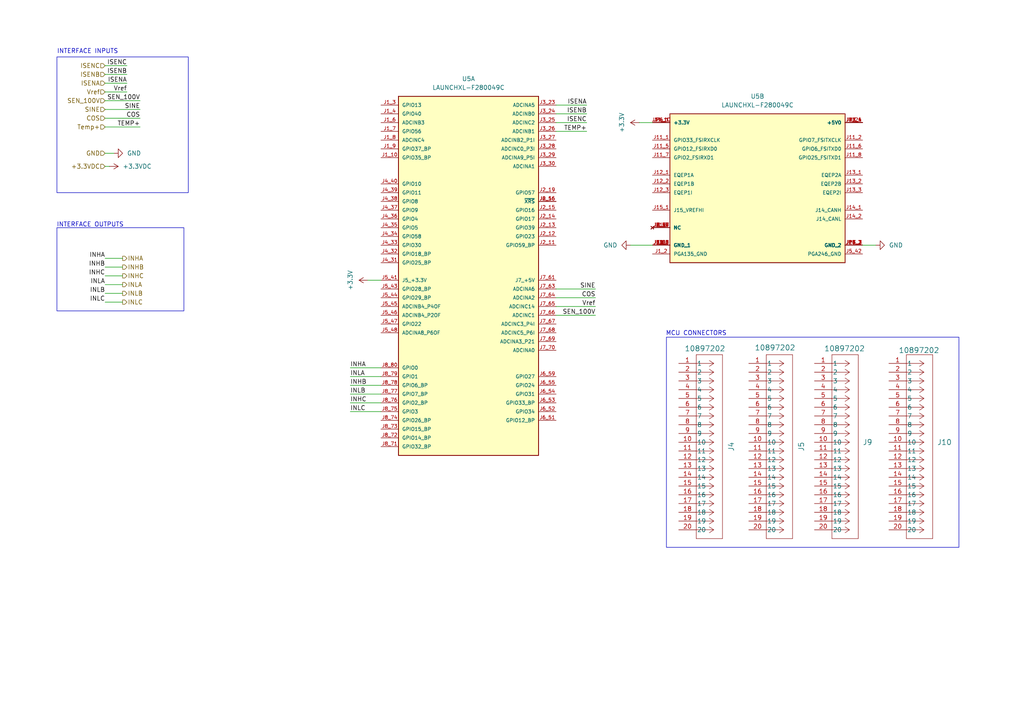
<source format=kicad_sch>
(kicad_sch (version 20250114) (generator "eeschema") (generator_version "9.0")
  (paper "A4")
  (title_block (date "2025-04-19") (rev "1"))
  (lib_symbols
    (symbol "10897202:10897202" (pin_names (offset 0.254))
      (property "Reference" "J" (at 8.89 6.35 0))
      (property "Value" "10897202" (at 0 0 0))
      (symbol "10897202_1_1"
        (polyline (pts (xy 5.08 2.54) (xy 5.08 -50.8)) (stroke (width 0.127)))
        (polyline (pts (xy 5.08 -50.8) (xy 12.7 -50.8)) (stroke (width 0.127)))
        (polyline (pts (xy 10.16 0) (xy 5.08 0)) (stroke (width 0.127)))
        (polyline (pts (xy 10.16 0) (xy 8.89 0.8467)) (stroke (width 0.127)))
        (polyline (pts (xy 10.16 0) (xy 8.89 -0.8467)) (stroke (width 0.127)))
        (polyline (pts (xy 10.16 -2.54) (xy 5.08 -2.54)) (stroke (width 0.127)))
        (polyline (pts (xy 10.16 -2.54) (xy 8.89 -1.6933)) (stroke (width 0.127)))
        (polyline (pts (xy 10.16 -2.54) (xy 8.89 -3.3867)) (stroke (width 0.127)))
        (polyline (pts (xy 10.16 -5.08) (xy 5.08 -5.08)) (stroke (width 0.127)))
        (polyline (pts (xy 10.16 -5.08) (xy 8.89 -4.2333)) (stroke (width 0.127)))
        (polyline (pts (xy 10.16 -5.08) (xy 8.89 -5.9267)) (stroke (width 0.127)))
        (polyline (pts (xy 10.16 -7.62) (xy 5.08 -7.62)) (stroke (width 0.127)))
        (polyline (pts (xy 10.16 -7.62) (xy 8.89 -6.7733)) (stroke (width 0.127)))
        (polyline (pts (xy 10.16 -7.62) (xy 8.89 -8.4667)) (stroke (width 0.127)))
        (polyline (pts (xy 10.16 -10.16) (xy 5.08 -10.16)) (stroke (width 0.127)))
        (polyline (pts (xy 10.16 -10.16) (xy 8.89 -9.3133)) (stroke (width 0.127)))
        (polyline (pts (xy 10.16 -10.16) (xy 8.89 -11.0067)) (stroke (width 0.127)))
        (polyline (pts (xy 10.16 -12.7) (xy 5.08 -12.7)) (stroke (width 0.127)))
        (polyline (pts (xy 10.16 -12.7) (xy 8.89 -11.8533)) (stroke (width 0.127)))
        (polyline (pts (xy 10.16 -12.7) (xy 8.89 -13.5467)) (stroke (width 0.127)))
        (polyline (pts (xy 10.16 -15.24) (xy 5.08 -15.24)) (stroke (width 0.127)))
        (polyline (pts (xy 10.16 -15.24) (xy 8.89 -14.3933)) (stroke (width 0.127)))
        (polyline (pts (xy 10.16 -15.24) (xy 8.89 -16.0867)) (stroke (width 0.127)))
        (polyline (pts (xy 10.16 -17.78) (xy 5.08 -17.78)) (stroke (width 0.127)))
        (polyline (pts (xy 10.16 -17.78) (xy 8.89 -16.9333)) (stroke (width 0.127)))
        (polyline (pts (xy 10.16 -17.78) (xy 8.89 -18.6267)) (stroke (width 0.127)))
        (polyline (pts (xy 10.16 -20.32) (xy 5.08 -20.32)) (stroke (width 0.127)))
        (polyline (pts (xy 10.16 -20.32) (xy 8.89 -19.4733)) (stroke (width 0.127)))
        (polyline (pts (xy 10.16 -20.32) (xy 8.89 -21.1667)) (stroke (width 0.127)))
        (polyline (pts (xy 10.16 -22.86) (xy 5.08 -22.86)) (stroke (width 0.127)))
        (polyline (pts (xy 10.16 -22.86) (xy 8.89 -22.0133)) (stroke (width 0.127)))
        (polyline (pts (xy 10.16 -22.86) (xy 8.89 -23.7067)) (stroke (width 0.127)))
        (polyline (pts (xy 10.16 -25.4) (xy 5.08 -25.4)) (stroke (width 0.127)))
        (polyline (pts (xy 10.16 -25.4) (xy 8.89 -24.5533)) (stroke (width 0.127)))
        (polyline (pts (xy 10.16 -25.4) (xy 8.89 -26.2467)) (stroke (width 0.127)))
        (polyline (pts (xy 10.16 -27.94) (xy 5.08 -27.94)) (stroke (width 0.127)))
        (polyline (pts (xy 10.16 -27.94) (xy 8.89 -27.0933)) (stroke (width 0.127)))
        (polyline (pts (xy 10.16 -27.94) (xy 8.89 -28.7867)) (stroke (width 0.127)))
        (polyline (pts (xy 10.16 -30.48) (xy 5.08 -30.48)) (stroke (width 0.127)))
        (polyline (pts (xy 10.16 -30.48) (xy 8.89 -29.6333)) (stroke (width 0.127)))
        (polyline (pts (xy 10.16 -30.48) (xy 8.89 -31.3267)) (stroke (width 0.127)))
        (polyline (pts (xy 10.16 -33.02) (xy 5.08 -33.02)) (stroke (width 0.127)))
        (polyline (pts (xy 10.16 -33.02) (xy 8.89 -32.1733)) (stroke (width 0.127)))
        (polyline (pts (xy 10.16 -33.02) (xy 8.89 -33.8667)) (stroke (width 0.127)))
        (polyline (pts (xy 10.16 -35.56) (xy 5.08 -35.56)) (stroke (width 0.127)))
        (polyline (pts (xy 10.16 -35.56) (xy 8.89 -34.7133)) (stroke (width 0.127)))
        (polyline (pts (xy 10.16 -35.56) (xy 8.89 -36.4067)) (stroke (width 0.127)))
        (polyline (pts (xy 10.16 -38.1) (xy 5.08 -38.1)) (stroke (width 0.127)))
        (polyline (pts (xy 10.16 -38.1) (xy 8.89 -37.2533)) (stroke (width 0.127)))
        (polyline (pts (xy 10.16 -38.1) (xy 8.89 -38.9467)) (stroke (width 0.127)))
        (polyline (pts (xy 10.16 -40.64) (xy 5.08 -40.64)) (stroke (width 0.127)))
        (polyline (pts (xy 10.16 -40.64) (xy 8.89 -39.7933)) (stroke (width 0.127)))
        (polyline (pts (xy 10.16 -40.64) (xy 8.89 -41.4867)) (stroke (width 0.127)))
        (polyline (pts (xy 10.16 -43.18) (xy 5.08 -43.18)) (stroke (width 0.127)))
        (polyline (pts (xy 10.16 -43.18) (xy 8.89 -42.3333)) (stroke (width 0.127)))
        (polyline (pts (xy 10.16 -43.18) (xy 8.89 -44.0267)) (stroke (width 0.127)))
        (polyline (pts (xy 10.16 -45.72) (xy 5.08 -45.72)) (stroke (width 0.127)))
        (polyline (pts (xy 10.16 -45.72) (xy 8.89 -44.8733)) (stroke (width 0.127)))
        (polyline (pts (xy 10.16 -45.72) (xy 8.89 -46.5667)) (stroke (width 0.127)))
        (polyline (pts (xy 10.16 -48.26) (xy 5.08 -48.26)) (stroke (width 0.127)))
        (polyline (pts (xy 10.16 -48.26) (xy 8.89 -47.4133)) (stroke (width 0.127)))
        (polyline (pts (xy 10.16 -48.26) (xy 8.89 -49.1067)) (stroke (width 0.127)))
        (polyline (pts (xy 12.7 2.54) (xy 5.08 2.54)) (stroke (width 0.127)))
        (polyline (pts (xy 12.7 -50.8) (xy 12.7 2.54)) (stroke (width 0.127)))
        (pin unspecified line (at 0 0 0) (length 5.08) (name "1") (number "1"))
        (pin unspecified line (at 0 -2.54 0) (length 5.08) (name "2") (number "2"))
        (pin unspecified line (at 0 -5.08 0) (length 5.08) (name "3") (number "3"))
        (pin unspecified line (at 0 -7.62 0) (length 5.08) (name "4") (number "4"))
        (pin unspecified line (at 0 -10.16 0) (length 5.08) (name "5") (number "5"))
        (pin unspecified line (at 0 -12.7 0) (length 5.08) (name "6") (number "6"))
        (pin unspecified line (at 0 -15.24 0) (length 5.08) (name "7") (number "7"))
        (pin unspecified line (at 0 -17.78 0) (length 5.08) (name "8") (number "8"))
        (pin unspecified line (at 0 -20.32 0) (length 5.08) (name "9") (number "9"))
        (pin unspecified line (at 0 -22.86 0) (length 5.08) (name "10") (number "10"))
        (pin unspecified line (at 0 -25.4 0) (length 5.08) (name "11") (number "11"))
        (pin unspecified line (at 0 -27.94 0) (length 5.08) (name "12") (number "12"))
        (pin unspecified line (at 0 -30.48 0) (length 5.08) (name "13") (number "13"))
        (pin unspecified line (at 0 -33.02 0) (length 5.08) (name "14") (number "14"))
        (pin unspecified line (at 0 -35.56 0) (length 5.08) (name "15") (number "15"))
        (pin unspecified line (at 0 -38.1 0) (length 5.08) (name "16") (number "16"))
        (pin unspecified line (at 0 -40.64 0) (length 5.08) (name "17") (number "17"))
        (pin unspecified line (at 0 -43.18 0) (length 5.08) (name "18") (number "18"))
        (pin unspecified line (at 0 -45.72 0) (length 5.08) (name "19") (number "19"))
        (pin unspecified line (at 0 -48.26 0) (length 5.08) (name "20") (number "20"))
      )
      (symbol "10897202_1_2"
        (polyline (pts (xy 5.08 2.54) (xy 5.08 -50.8)) (stroke (width 0.127)))
        (polyline (pts (xy 5.08 -50.8) (xy 12.7 -50.8)) (stroke (width 0.127)))
        (polyline (pts (xy 7.62 0) (xy 5.08 0)) (stroke (width 0.127)))
        (polyline (pts (xy 7.62 0) (xy 8.89 0.8467)) (stroke (width 0.127)))
        (polyline (pts (xy 7.62 0) (xy 8.89 -0.8467)) (stroke (width 0.127)))
        (polyline (pts (xy 7.62 -2.54) (xy 5.08 -2.54)) (stroke (width 0.127)))
        (polyline (pts (xy 7.62 -2.54) (xy 8.89 -1.6933)) (stroke (width 0.127)))
        (polyline (pts (xy 7.62 -2.54) (xy 8.89 -3.3867)) (stroke (width 0.127)))
        (polyline (pts (xy 7.62 -5.08) (xy 5.08 -5.08)) (stroke (width 0.127)))
        (polyline (pts (xy 7.62 -5.08) (xy 8.89 -4.2333)) (stroke (width 0.127)))
        (polyline (pts (xy 7.62 -5.08) (xy 8.89 -5.9267)) (stroke (width 0.127)))
        (polyline (pts (xy 7.62 -7.62) (xy 5.08 -7.62)) (stroke (width 0.127)))
        (polyline (pts (xy 7.62 -7.62) (xy 8.89 -6.7733)) (stroke (width 0.127)))
        (polyline (pts (xy 7.62 -7.62) (xy 8.89 -8.4667)) (stroke (width 0.127)))
        (polyline (pts (xy 7.62 -10.16) (xy 5.08 -10.16)) (stroke (width 0.127)))
        (polyline (pts (xy 7.62 -10.16) (xy 8.89 -9.3133)) (stroke (width 0.127)))
        (polyline (pts (xy 7.62 -10.16) (xy 8.89 -11.0067)) (stroke (width 0.127)))
        (polyline (pts (xy 7.62 -12.7) (xy 5.08 -12.7)) (stroke (width 0.127)))
        (polyline (pts (xy 7.62 -12.7) (xy 8.89 -11.8533)) (stroke (width 0.127)))
        (polyline (pts (xy 7.62 -12.7) (xy 8.89 -13.5467)) (stroke (width 0.127)))
        (polyline (pts (xy 7.62 -15.24) (xy 5.08 -15.24)) (stroke (width 0.127)))
        (polyline (pts (xy 7.62 -15.24) (xy 8.89 -14.3933)) (stroke (width 0.127)))
        (polyline (pts (xy 7.62 -15.24) (xy 8.89 -16.0867)) (stroke (width 0.127)))
        (polyline (pts (xy 7.62 -17.78) (xy 5.08 -17.78)) (stroke (width 0.127)))
        (polyline (pts (xy 7.62 -17.78) (xy 8.89 -16.9333)) (stroke (width 0.127)))
        (polyline (pts (xy 7.62 -17.78) (xy 8.89 -18.6267)) (stroke (width 0.127)))
        (polyline (pts (xy 7.62 -20.32) (xy 5.08 -20.32)) (stroke (width 0.127)))
        (polyline (pts (xy 7.62 -20.32) (xy 8.89 -19.4733)) (stroke (width 0.127)))
        (polyline (pts (xy 7.62 -20.32) (xy 8.89 -21.1667)) (stroke (width 0.127)))
        (polyline (pts (xy 7.62 -22.86) (xy 5.08 -22.86)) (stroke (width 0.127)))
        (polyline (pts (xy 7.62 -22.86) (xy 8.89 -22.0133)) (stroke (width 0.127)))
        (polyline (pts (xy 7.62 -22.86) (xy 8.89 -23.7067)) (stroke (width 0.127)))
        (polyline (pts (xy 7.62 -25.4) (xy 5.08 -25.4)) (stroke (width 0.127)))
        (polyline (pts (xy 7.62 -25.4) (xy 8.89 -24.5533)) (stroke (width 0.127)))
        (polyline (pts (xy 7.62 -25.4) (xy 8.89 -26.2467)) (stroke (width 0.127)))
        (polyline (pts (xy 7.62 -27.94) (xy 5.08 -27.94)) (stroke (width 0.127)))
        (polyline (pts (xy 7.62 -27.94) (xy 8.89 -27.0933)) (stroke (width 0.127)))
        (polyline (pts (xy 7.62 -27.94) (xy 8.89 -28.7867)) (stroke (width 0.127)))
        (polyline (pts (xy 7.62 -30.48) (xy 5.08 -30.48)) (stroke (width 0.127)))
        (polyline (pts (xy 7.62 -30.48) (xy 8.89 -29.6333)) (stroke (width 0.127)))
        (polyline (pts (xy 7.62 -30.48) (xy 8.89 -31.3267)) (stroke (width 0.127)))
        (polyline (pts (xy 7.62 -33.02) (xy 5.08 -33.02)) (stroke (width 0.127)))
        (polyline (pts (xy 7.62 -33.02) (xy 8.89 -32.1733)) (stroke (width 0.127)))
        (polyline (pts (xy 7.62 -33.02) (xy 8.89 -33.8667)) (stroke (width 0.127)))
        (polyline (pts (xy 7.62 -35.56) (xy 5.08 -35.56)) (stroke (width 0.127)))
        (polyline (pts (xy 7.62 -35.56) (xy 8.89 -34.7133)) (stroke (width 0.127)))
        (polyline (pts (xy 7.62 -35.56) (xy 8.89 -36.4067)) (stroke (width 0.127)))
        (polyline (pts (xy 7.62 -38.1) (xy 5.08 -38.1)) (stroke (width 0.127)))
        (polyline (pts (xy 7.62 -38.1) (xy 8.89 -37.2533)) (stroke (width 0.127)))
        (polyline (pts (xy 7.62 -38.1) (xy 8.89 -38.9467)) (stroke (width 0.127)))
        (polyline (pts (xy 7.62 -40.64) (xy 5.08 -40.64)) (stroke (width 0.127)))
        (polyline (pts (xy 7.62 -40.64) (xy 8.89 -39.7933)) (stroke (width 0.127)))
        (polyline (pts (xy 7.62 -40.64) (xy 8.89 -41.4867)) (stroke (width 0.127)))
        (polyline (pts (xy 7.62 -43.18) (xy 5.08 -43.18)) (stroke (width 0.127)))
        (polyline (pts (xy 7.62 -43.18) (xy 8.89 -42.3333)) (stroke (width 0.127)))
        (polyline (pts (xy 7.62 -43.18) (xy 8.89 -44.0267)) (stroke (width 0.127)))
        (polyline (pts (xy 7.62 -45.72) (xy 5.08 -45.72)) (stroke (width 0.127)))
        (polyline (pts (xy 7.62 -45.72) (xy 8.89 -44.8733)) (stroke (width 0.127)))
        (polyline (pts (xy 7.62 -45.72) (xy 8.89 -46.5667)) (stroke (width 0.127)))
        (polyline (pts (xy 7.62 -48.26) (xy 5.08 -48.26)) (stroke (width 0.127)))
        (polyline (pts (xy 7.62 -48.26) (xy 8.89 -47.4133)) (stroke (width 0.127)))
        (polyline (pts (xy 7.62 -48.26) (xy 8.89 -49.1067)) (stroke (width 0.127)))
        (polyline (pts (xy 12.7 2.54) (xy 5.08 2.54)) (stroke (width 0.127)))
        (polyline (pts (xy 12.7 -50.8) (xy 12.7 2.54)) (stroke (width 0.127)))
        (pin unspecified line (at 0 0 0) (length 5.08) (name "1") (number "1"))
        (pin unspecified line (at 0 -2.54 0) (length 5.08) (name "2") (number "2"))
        (pin unspecified line (at 0 -5.08 0) (length 5.08) (name "3") (number "3"))
        (pin unspecified line (at 0 -7.62 0) (length 5.08) (name "4") (number "4"))
        (pin unspecified line (at 0 -10.16 0) (length 5.08) (name "5") (number "5"))
        (pin unspecified line (at 0 -12.7 0) (length 5.08) (name "6") (number "6"))
        (pin unspecified line (at 0 -15.24 0) (length 5.08) (name "7") (number "7"))
        (pin unspecified line (at 0 -17.78 0) (length 5.08) (name "8") (number "8"))
        (pin unspecified line (at 0 -20.32 0) (length 5.08) (name "9") (number "9"))
        (pin unspecified line (at 0 -22.86 0) (length 5.08) (name "10") (number "10"))
        (pin unspecified line (at 0 -25.4 0) (length 5.08) (name "11") (number "11"))
        (pin unspecified line (at 0 -27.94 0) (length 5.08) (name "12") (number "12"))
        (pin unspecified line (at 0 -30.48 0) (length 5.08) (name "13") (number "13"))
        (pin unspecified line (at 0 -33.02 0) (length 5.08) (name "14") (number "14"))
        (pin unspecified line (at 0 -35.56 0) (length 5.08) (name "15") (number "15"))
        (pin unspecified line (at 0 -38.1 0) (length 5.08) (name "16") (number "16"))
        (pin unspecified line (at 0 -40.64 0) (length 5.08) (name "17") (number "17"))
        (pin unspecified line (at 0 -43.18 0) (length 5.08) (name "18") (number "18"))
        (pin unspecified line (at 0 -45.72 0) (length 5.08) (name "19") (number "19"))
        (pin unspecified line (at 0 -48.26 0) (length 5.08) (name "20") (number "20"))
      )
    )
    (symbol "LAUNCHXL-F280049C:LAUNCHXL-F280049C" (pin_names (offset 1.016))
      (property "Reference" "U" (at -20.32 51.435 0))
      (property "Value" "LAUNCHXL-F280049C" (at -20.32 -55.88 0))
      (symbol "LAUNCHXL-F280049C_1_0"
        (rectangle (start -20.32 -53.34) (end 20.32 50.8) (stroke (width 0.254)) (fill (type background)))
        (pin bidirectional line (at -25.4 48.26 0) (length 5.08) (name "GPIO13") (number "J1_3"))
        (pin bidirectional line (at -25.4 45.72 0) (length 5.08) (name "GPIO40") (number "J1_4"))
        (pin input line (at -25.4 43.18 0) (length 5.08) (name "ADCINB3") (number "J1_6"))
        (pin bidirectional line (at -25.4 40.64 0) (length 5.08) (name "GPIO56") (number "J1_7"))
        (pin input line (at -25.4 38.1 0) (length 5.08) (name "ADCINC4") (number "J1_8"))
        (pin bidirectional line (at -25.4 35.56 0) (length 5.08) (name "GPIO37_BP") (number "J1_9"))
        (pin bidirectional line (at -25.4 33.02 0) (length 5.08) (name "GPIO35_BP") (number "J1_10"))
        (pin bidirectional line (at -25.4 25.4 0) (length 5.08) (name "GPIO10") (number "J4_40"))
        (pin bidirectional line (at -25.4 22.86 0) (length 5.08) (name "GPIO11") (number "J4_39"))
        (pin bidirectional line (at -25.4 20.32 0) (length 5.08) (name "GPIO8") (number "J4_38"))
        (pin bidirectional line (at -25.4 17.78 0) (length 5.08) (name "GPIO9") (number "J4_37"))
        (pin bidirectional line (at -25.4 15.24 0) (length 5.08) (name "GPIO4") (number "J4_36"))
        (pin bidirectional line (at -25.4 12.7 0) (length 5.08) (name "GPIO5") (number "J4_35"))
        (pin bidirectional line (at -25.4 10.16 0) (length 5.08) (name "GPIO58") (number "J4_34"))
        (pin bidirectional line (at -25.4 7.62 0) (length 5.08) (name "GPIO30") (number "J4_33"))
        (pin bidirectional line (at -25.4 5.08 0) (length 5.08) (name "GPIO18_BP") (number "J4_32"))
        (pin bidirectional line (at -25.4 2.54 0) (length 5.08) (name "GPIO25_BP") (number "J4_31"))
        (pin input line (at -25.4 -2.54 0) (length 5.08) (name "J5_+3.3V") (number "J5_41"))
        (pin bidirectional line (at -25.4 -5.08 0) (length 5.08) (name "GPIO28_BP") (number "J5_43"))
        (pin bidirectional line (at -25.4 -7.62 0) (length 5.08) (name "GPIO29_BP") (number "J5_44"))
        (pin input line (at -25.4 -10.16 0) (length 5.08) (name "ADCINB4_P4OF") (number "J5_45"))
        (pin input line (at -25.4 -12.7 0) (length 5.08) (name "ADCINB4_P2OF") (number "J5_46"))
        (pin bidirectional line (at -25.4 -15.24 0) (length 5.08) (name "GPIO22") (number "J5_47"))
        (pin input line (at -25.4 -17.78 0) (length 5.08) (name "ADCINA8_P6OF") (number "J5_48"))
        (pin bidirectional line (at -25.4 -27.94 0) (length 5.08) (name "GPIO0") (number "J8_80"))
        (pin bidirectional line (at -25.4 -30.48 0) (length 5.08) (name "GPIO1") (number "J8_79"))
        (pin bidirectional line (at -25.4 -33.02 0) (length 5.08) (name "GPIO6_BP") (number "J8_78"))
        (pin bidirectional line (at -25.4 -35.56 0) (length 5.08) (name "GPIO7_BP") (number "J8_77"))
        (pin bidirectional line (at -25.4 -38.1 0) (length 5.08) (name "GPIO2_BP") (number "J8_76"))
        (pin bidirectional line (at -25.4 -40.64 0) (length 5.08) (name "GPIO3") (number "J8_75"))
        (pin bidirectional line (at -25.4 -43.18 0) (length 5.08) (name "GPIO26_BP") (number "J8_74"))
        (pin bidirectional line (at -25.4 -45.72 0) (length 5.08) (name "GPIO15_BP") (number "J8_73"))
        (pin bidirectional line (at -25.4 -48.26 0) (length 5.08) (name "GPIO14_BP") (number "J8_72"))
        (pin bidirectional line (at -25.4 -50.8 0) (length 5.08) (name "GPIO32_BP") (number "J8_71"))
        (pin input line (at 25.4 48.26 180) (length 5.08) (name "ADCINA5") (number "J3_23"))
        (pin input line (at 25.4 45.72 180) (length 5.08) (name "ADCINB0") (number "J3_24"))
        (pin input line (at 25.4 43.18 180) (length 5.08) (name "ADCINC2") (number "J3_25"))
        (pin input line (at 25.4 40.64 180) (length 5.08) (name "ADCINB1") (number "J3_26"))
        (pin input line (at 25.4 38.1 180) (length 5.08) (name "ADCINB2_P1I") (number "J3_27"))
        (pin input line (at 25.4 35.56 180) (length 5.08) (name "ADCINC0_P3I") (number "J3_28"))
        (pin input line (at 25.4 33.02 180) (length 5.08) (name "ADCINA9_P5I") (number "J3_29"))
        (pin input line (at 25.4 30.48 180) (length 5.08) (name "ADCINA1") (number "J3_30"))
        (pin bidirectional line (at 25.4 22.86 180) (length 5.08) (name "GPIO57") (number "J2_19"))
        (pin passive line (at 25.4 20.32 180) (length 5.08) (name "~{XRS}") (number "J2_16"))
        (pin passive line (at 25.4 20.32 180) (length 5.08) (name "~{XRS}") (number "J6_56"))
        (pin bidirectional line (at 25.4 17.78 180) (length 5.08) (name "GPIO16") (number "J2_15"))
        (pin bidirectional line (at 25.4 15.24 180) (length 5.08) (name "GPIO17") (number "J2_14"))
        (pin bidirectional line (at 25.4 12.7 180) (length 5.08) (name "GPIO39") (number "J2_13"))
        (pin bidirectional line (at 25.4 10.16 180) (length 5.08) (name "GPIO23") (number "J2_12"))
        (pin bidirectional line (at 25.4 7.62 180) (length 5.08) (name "GPIO59_BP") (number "J2_11"))
        (pin input line (at 25.4 -2.54 180) (length 5.08) (name "J7_+5V") (number "J7_61"))
        (pin input line (at 25.4 -5.08 180) (length 5.08) (name "ADCINA6") (number "J7_63"))
        (pin input line (at 25.4 -7.62 180) (length 5.08) (name "ADCINA2") (number "J7_64"))
        (pin input line (at 25.4 -10.16 180) (length 5.08) (name "ADCINC14") (number "J7_65"))
        (pin input line (at 25.4 -12.7 180) (length 5.08) (name "ADCINC1") (number "J7_66"))
        (pin input line (at 25.4 -15.24 180) (length 5.08) (name "ADCINC3_P4I") (number "J7_67"))
        (pin input line (at 25.4 -17.78 180) (length 5.08) (name "ADCINC5_P6I") (number "J7_68"))
        (pin input line (at 25.4 -20.32 180) (length 5.08) (name "ADCINA3_P21") (number "J7_69"))
        (pin input line (at 25.4 -22.86 180) (length 5.08) (name "ADCINA0") (number "J7_70"))
        (pin bidirectional line (at 25.4 -30.48 180) (length 5.08) (name "GPIO27") (number "J6_59"))
        (pin bidirectional line (at 25.4 -33.02 180) (length 5.08) (name "GPIO24") (number "J6_55"))
        (pin bidirectional line (at 25.4 -35.56 180) (length 5.08) (name "GPIO31") (number "J6_54"))
        (pin bidirectional line (at 25.4 -38.1 180) (length 5.08) (name "GPIO33_BP") (number "J6_53"))
        (pin bidirectional line (at 25.4 -40.64 180) (length 5.08) (name "GPIO34") (number "J6_52"))
        (pin bidirectional line (at 25.4 -43.18 180) (length 5.08) (name "GPIO12_BP") (number "J6_51"))
      )
      (symbol "LAUNCHXL-F280049C_2_0"
        (rectangle (start -25.4 -20.32) (end 25.4 22.86) (stroke (width 0.254)) (fill (type background)))
        (pin power_in line (at -30.48 20.32 0) (length 5.08) (name "+3.3V") (number "J11_10"))
        (pin power_in line (at -30.48 20.32 0) (length 5.08) (name "+3.3V") (number "J1_1"))
        (pin power_in line (at -30.48 20.32 0) (length 5.08) (name "+3.3V") (number "JP4_1"))
        (pin power_in line (at -30.48 20.32 0) (length 5.08) (name "+3.3V") (number "JP6_1"))
        (pin bidirectional line (at -30.48 15.24 0) (length 5.08) (name "GPIO33_FSIRXCLK") (number "J11_1"))
        (pin bidirectional line (at -30.48 12.7 0) (length 5.08) (name "GPIO12_FSIRXD0") (number "J11_5"))
        (pin bidirectional line (at -30.48 10.16 0) (length 5.08) (name "GPIO2_FSIRXD1") (number "J11_7"))
        (pin passive line (at -30.48 5.08 0) (length 5.08) (name "EQEP1A") (number "J12_1"))
        (pin passive line (at -30.48 2.54 0) (length 5.08) (name "EQEP1B") (number "J12_2"))
        (pin passive line (at -30.48 0 0) (length 5.08) (name "EQEP1I") (number "J12_3"))
        (pin input line (at -30.48 -5.08 0) (length 5.08) (name "J15_VREFHI") (number "J15_1"))
        (pin no_connect line (at -30.48 -10.16 0) (length 5.08) (name "NC") (number "J11_9"))
        (pin no_connect line (at -30.48 -10.16 0) (length 5.08) (name "NC") (number "J1_5"))
        (pin no_connect line (at -30.48 -10.16 0) (length 5.08) (name "NC") (number "J2_17"))
        (pin no_connect line (at -30.48 -10.16 0) (length 5.08) (name "NC") (number "J2_18"))
        (pin no_connect line (at -30.48 -10.16 0) (length 5.08) (name "NC") (number "J5_49"))
        (pin no_connect line (at -30.48 -10.16 0) (length 5.08) (name "NC") (number "J5_50"))
        (pin no_connect line (at -30.48 -10.16 0) (length 5.08) (name "NC") (number "J6_57"))
        (pin no_connect line (at -30.48 -10.16 0) (length 5.08) (name "NC") (number "J6_58"))
        (pin power_in line (at -30.48 -15.24 0) (length 5.08) (name "GND_1") (number "J11_3"))
        (pin power_in line (at -30.48 -15.24 0) (length 5.08) (name "GND_1") (number "J11_4"))
        (pin power_in line (at -30.48 -15.24 0) (length 5.08) (name "GND_1") (number "J12_5"))
        (pin power_in line (at -30.48 -15.24 0) (length 5.08) (name "GND_1") (number "J13_5"))
        (pin power_in line (at -30.48 -15.24 0) (length 5.08) (name "GND_1") (number "J14_3"))
        (pin power_in line (at -30.48 -15.24 0) (length 5.08) (name "GND_1") (number "J2_20"))
        (pin power_in line (at -30.48 -15.24 0) (length 5.08) (name "GND_1") (number "J3_22"))
        (pin power_in line (at -30.48 -15.24 0) (length 5.08) (name "GND_1") (number "J6_60"))
        (pin power_in line (at -30.48 -15.24 0) (length 5.08) (name "GND_1") (number "J7_62"))
        (pin power_in line (at -30.48 -17.78 0) (length 5.08) (name "PGA135_GND") (number "J1_2"))
        (pin power_in line (at 30.48 20.32 180) (length 5.08) (name "+5V0") (number "J12_4"))
        (pin power_in line (at 30.48 20.32 180) (length 5.08) (name "+5V0") (number "J13_4"))
        (pin power_in line (at 30.48 20.32 180) (length 5.08) (name "+5V0") (number "J3_21"))
        (pin power_in line (at 30.48 20.32 180) (length 5.08) (name "+5V0") (number "JP5_1"))
        (pin power_in line (at 30.48 20.32 180) (length 5.08) (name "+5V0") (number "JP7_1"))
        (pin bidirectional line (at 30.48 15.24 180) (length 5.08) (name "GPIO7_FSITXCLK") (number "J11_2"))
        (pin bidirectional line (at 30.48 12.7 180) (length 5.08) (name "GPIO6_FSITXD0") (number "J11_6"))
        (pin bidirectional line (at 30.48 10.16 180) (length 5.08) (name "GPIO25_FSITXD1") (number "J11_8"))
        (pin passive line (at 30.48 5.08 180) (length 5.08) (name "EQEP2A") (number "J13_1"))
        (pin passive line (at 30.48 2.54 180) (length 5.08) (name "EQEP2B") (number "J13_2"))
        (pin passive line (at 30.48 0 180) (length 5.08) (name "EQEP2I") (number "J13_3"))
        (pin bidirectional line (at 30.48 -5.08 180) (length 5.08) (name "J14_CANH") (number "J14_1"))
        (pin bidirectional line (at 30.48 -7.62 180) (length 5.08) (name "J14_CANL") (number "J14_2"))
        (pin power_in line (at 30.48 -15.24 180) (length 5.08) (name "GND_2") (number "J15_2"))
        (pin power_in line (at 30.48 -15.24 180) (length 5.08) (name "GND_2") (number "JP4_2"))
        (pin power_in line (at 30.48 -15.24 180) (length 5.08) (name "GND_2") (number "JP4_3"))
        (pin power_in line (at 30.48 -15.24 180) (length 5.08) (name "GND_2") (number "JP5_2"))
        (pin power_in line (at 30.48 -15.24 180) (length 5.08) (name "GND_2") (number "JP5_3"))
        (pin power_in line (at 30.48 -15.24 180) (length 5.08) (name "GND_2") (number "JP6_2"))
        (pin power_in line (at 30.48 -15.24 180) (length 5.08) (name "GND_2") (number "JP6_3"))
        (pin power_in line (at 30.48 -15.24 180) (length 5.08) (name "GND_2") (number "JP7_2"))
        (pin power_in line (at 30.48 -15.24 180) (length 5.08) (name "GND_2") (number "JP7_3"))
        (pin power_in line (at 30.48 -17.78 180) (length 5.08) (name "PGA246_GND") (number "J5_42"))
      )
    )
    (symbol "power:+3.3V" (power) (pin_numbers (hide yes)) (pin_names (offset 0) (hide yes))
      (property "Value" "+3.3V" (at 0 3.556 0))
      (symbol "+3.3V_0_1"
        (polyline (pts (xy -0.762 1.27) (xy 0 2.54)))
        (polyline (pts (xy 0 2.54) (xy 0.762 1.27)))
        (polyline (pts (xy 0 0) (xy 0 2.54)))
      )
      (symbol "+3.3V_1_1"
        (pin power_in line (at 0 0 90) (length 0) (name "~") (number "1"))
      )
    )
    (symbol "power:GND" (power) (pin_numbers (hide yes)) (pin_names (offset 0) (hide yes))
      (property "Value" "GND" (at 0 -3.81 0))
      (symbol "GND_0_1"
        (polyline (pts (xy 0 0) (xy 0 -1.27) (xy 1.27 -1.27) (xy 0 -2.54) (xy -1.27 -1.27) (xy 0 -1.27)))
      )
      (symbol "GND_1_1"
        (pin power_in line (at 0 0 270) (length 0) (name "~") (number "1"))
      )
    )
  )
  (rectangle (start 193.294 97.79) (end 278.13 158.75))
  (rectangle (start 16.51 66.04) (end 53.34 90.17))
  (rectangle (start 16.51 16.51) (end 54.61 55.88))
  (text "INTERFACE INPUTS\n\n" (at 25.4 16.002 0) (effects (font (size 1.27 1.27))))
  (text "INTERFACE OUTPUTS\n\n\n" (at 26.162 67.31 0) (effects (font (size 1.27 1.27))))
  (text "MCU CONNECTORS\n\n" (at 201.93 97.79 0) (effects (font (size 1.27 1.27))))
  (wire (pts (xy 30.48 31.75) (xy 40.64 31.75)))
  (wire (pts (xy 30.48 36.83) (xy 40.64 36.83)))
  (wire (pts (xy 30.48 87.63) (xy 35.56 87.63)))
  (wire (pts (xy 101.6 119.38) (xy 110.49 119.38)))
  (wire (pts (xy 30.48 34.29) (xy 40.64 34.29)))
  (wire (pts (xy 101.6 114.3) (xy 110.49 114.3)))
  (wire (pts (xy 30.48 44.45) (xy 33.02 44.45)))
  (wire (pts (xy 30.48 77.47) (xy 35.56 77.47)))
  (wire (pts (xy 106.68 81.28) (xy 110.49 81.28)))
  (wire (pts (xy 185.42 35.56) (xy 189.23 35.56)))
  (wire (pts (xy 36.83 24.13) (xy 30.48 24.13)))
  (wire (pts (xy 101.6 109.22) (xy 110.49 109.22)))
  (wire (pts (xy 101.6 111.76) (xy 110.49 111.76)))
  (wire (pts (xy 36.83 21.59) (xy 30.48 21.59)))
  (wire (pts (xy 161.29 33.02) (xy 170.18 33.02)))
  (wire (pts (xy 250.19 71.12) (xy 254 71.12)))
  (wire (pts (xy 36.83 19.05) (xy 30.48 19.05)))
  (wire (pts (xy 172.72 91.44) (xy 161.29 91.44)))
  (wire (pts (xy 161.29 38.1) (xy 170.18 38.1)))
  (wire (pts (xy 30.48 82.55) (xy 35.56 82.55)))
  (wire (pts (xy 36.83 26.67) (xy 30.48 26.67)))
  (wire (pts (xy 161.29 86.36) (xy 172.72 86.36)))
  (wire (pts (xy 101.6 106.68) (xy 110.49 106.68)))
  (wire (pts (xy 161.29 88.9) (xy 172.72 88.9)))
  (wire (pts (xy 30.48 85.09) (xy 35.56 85.09)))
  (wire (pts (xy 30.48 80.01) (xy 35.56 80.01)))
  (wire (pts (xy 161.29 35.56) (xy 170.18 35.56)))
  (wire (pts (xy 161.29 30.48) (xy 170.18 30.48)))
  (wire (pts (xy 161.29 83.82) (xy 172.72 83.82)))
  (wire (pts (xy 182.88 71.12) (xy 189.23 71.12)))
  (wire (pts (xy 40.64 29.21) (xy 30.48 29.21)))
  (wire (pts (xy 101.6 116.84) (xy 110.49 116.84)))
  (wire (pts (xy 31.75 48.26) (xy 30.48 48.26)))
  (wire (pts (xy 30.48 74.93) (xy 35.56 74.93)))
  (label "Vref" (at 36.83 26.67 180))
  (label "INHC" (at 101.6 116.84 0))
  (label "ISENB" (at 36.83 21.59 180))
  (label "TEMP+" (at 40.64 36.83 180))
  (label "SINE" (at 172.72 83.82 180))
  (label "COS" (at 172.72 86.36 180))
  (label "ISENB" (at 170.18 33.02 180))
  (label "TEMP+" (at 170.18 38.1 180))
  (label "INLB" (at 101.6 114.3 0))
  (label "INHC" (at 30.48 80.01 180))
  (label "INHB" (at 30.48 77.47 180))
  (label "INLC" (at 30.48 87.63 180))
  (label "ISENC" (at 36.83 19.05 180))
  (label "ISENA" (at 170.18 30.48 180))
  (label "INLA" (at 30.48 82.55 180))
  (label "ISENC" (at 170.18 35.56 180))
  (label "ISENA" (at 36.83 24.13 180))
  (label "COS" (at 40.64 34.29 180))
  (label "SEN_100V" (at 172.72 91.44 180))
  (label "INHA" (at 101.6 106.68 0))
  (label "INLC" (at 101.6 119.38 0))
  (label "INHB" (at 101.6 111.76 0))
  (label "SINE" (at 40.64 31.75 180))
  (label "INHA" (at 30.48 74.93 180))
  (label "INLA" (at 101.6 109.22 0))
  (label "INLB" (at 30.48 85.09 180))
  (label "Vref" (at 172.72 88.9 180))
  (label "SEN_100V" (at 40.64 29.21 180))
  (hierarchical_label "INHB" (shape output) (at 35.56 77.47 0))
  (hierarchical_label "INLB" (shape output) (at 35.56 85.09 0))
  (hierarchical_label "ISENC" (shape input) (at 30.48 19.05 180))
  (hierarchical_label "Temp+" (shape input) (at 30.48 36.83 180))
  (hierarchical_label "INLC" (shape output) (at 35.56 87.63 0))
  (hierarchical_label "ISENA" (shape input) (at 30.48 24.13 180))
  (hierarchical_label "INLA" (shape output) (at 35.56 82.55 0))
  (hierarchical_label "SINE" (shape input) (at 30.48 31.75 180))
  (hierarchical_label "+3.3VDC" (shape input) (at 30.48 48.26 180))
  (hierarchical_label "INHC" (shape output) (at 35.56 80.01 0))
  (hierarchical_label "GND" (shape input) (at 30.48 44.45 180))
  (hierarchical_label "Vref" (shape input) (at 30.48 26.67 180))
  (hierarchical_label "SEN_100V" (shape input) (at 30.48 29.21 180))
  (hierarchical_label "COS" (shape input) (at 30.48 34.29 180))
  (hierarchical_label "INHA" (shape output) (at 35.56 74.93 0))
  (hierarchical_label "ISENB" (shape input) (at 30.48 21.59 180))
  (symbol (lib_id "power:GND") (at 33.02 44.45 90) (unit 1)
    (property "Reference" "#PWR038" (effects (hide yes)))
    (property "Value" "GND" (at 36.83 44.4501 90) (effects (justify right)))
    (property "Description" "Power symbol creates a global label with name \"GND\" , ground" (effects (hide yes)))
  )
  (symbol (lib_id "10897202:10897202") (at 217.17 105.41 0) (unit 1) (exclude_from_sim yes) (on_board no)
    (property "Reference" "J5" (at 232.41 129.54 90) (effects (font (size 1.524 1.524))))
    (property "Value" "10897202" (at 224.79 100.838 0) (effects (font (size 1.524 1.524))))
    (property "Footprint" "CONN20_0010897202_MOL" (effects (hide yes)))
    (property "Datasheet" "10897202" (effects (hide yes)))
  )
  (symbol (lib_id "power:+3.3V") (at 31.75 48.26 270) (unit 1)
    (property "Reference" "#PWR037" (effects (hide yes)))
    (property "Value" "+3.3VDC" (at 35.56 48.2601 90) (effects (justify left)))
    (property "Description" "Power symbol creates a global label with name \"+3.3V\"" (effects (hide yes)))
  )
  (symbol (lib_id "LAUNCHXL-F280049C:LAUNCHXL-F280049C") (at 135.89 78.74 0) (unit 1)
    (property "Reference" "U5" (at 135.89 22.86 0))
    (property "Value" "LAUNCHXL-F280049C" (at 135.89 25.4 0))
    (property "Footprint" "LAUNCHXL-F280049C:MODULE_LAUNCHXL-F280049C" (effects (hide yes)))
    (property "Datasheet" "https://www.ti.com/lit/ug/spruii7b/spruii7b.pdf?ts=1748422871760" (effects (hide yes)))
    (property "Description" "LAUNCHPAD TMS320F280049C EVAL BD" (effects (hide yes)))
    (property "MF" "Texas Instruments" (effects (hide yes)))
    (property "MAXIMUM_PACKAGE_HEIGHT" "N/A" (effects (hide yes)))
    (property "Package" "None" (effects (hide yes)))
    (property "Price" "None" (effects (hide yes)))
    (property "Check_prices" "https://www.snapeda.com/parts/LAUNCHXL-F280049C/Texas+Instruments/view-part/?ref=eda" (effects (hide yes)))
    (property "STANDARD" "Manufacturer Recommendations" (effects (hide yes)))
    (property "PARTREV" "B" (effects (hide yes)))
    (property "SnapEDA_Link" "https://www.snapeda.com/parts/LAUNCHXL-F280049C/Texas+Instruments/view-part/?ref=snap" (effects (hide yes)))
    (property "MP" "LAUNCHXL-F280049C" (effects (hide yes)))
    (property "Description_1" "\n                        \n                            F280049C LaunchPad™ development kit C2000™ Piccolo™ MCU\n                        \n" (effects (hide yes)))
    (property "Availability" "In Stock" (effects (hide yes)))
    (property "MANUFACTURER" "Texas Instruments" (effects (hide yes)))
  )
  (symbol (lib_id "power:+3.3V") (at 106.68 81.28 90) (mirror x) (unit 1)
    (property "Reference" "#PWR045" (effects (hide yes)))
    (property "Value" "+3.3V" (at 101.6 81.28 0))
    (property "Description" "Power symbol creates a global label with name \"+3.3V\"" (effects (hide yes)))
  )
  (symbol (lib_id "10897202:10897202") (at 196.85 105.41 0) (unit 1) (exclude_from_sim yes) (on_board no)
    (property "Reference" "J4" (at 212.09 129.54 90) (effects (font (size 1.524 1.524))))
    (property "Value" "10897202" (at 204.47 101.092 0) (effects (font (size 1.524 1.524))))
    (property "Footprint" "CONN20_0010897202_MOL" (effects (hide yes)))
    (property "Datasheet" "10897202" (effects (hide yes)))
  )
  (symbol (lib_id "power:GND") (at 182.88 71.12 270) (unit 1)
    (property "Reference" "#PWR032" (effects (hide yes)))
    (property "Value" "GND" (at 179.07 71.1199 90) (effects (justify right)))
    (property "Description" "Power symbol creates a global label with name \"GND\" , ground" (effects (hide yes)))
  )
  (symbol (lib_id "power:+3.3V") (at 185.42 35.56 90) (mirror x) (unit 1)
    (property "Reference" "#PWR034" (effects (hide yes)))
    (property "Value" "+3.3V" (at 180.34 35.56 0))
    (property "Description" "Power symbol creates a global label with name \"+3.3V\"" (effects (hide yes)))
  )
  (symbol (lib_id "10897202:10897202") (at 257.81 105.41 0) (unit 1) (exclude_from_sim yes) (on_board no)
    (property "Reference" "J10" (at 271.78 128.2699 0) (effects (font (size 1.524 1.524)) (justify left)))
    (property "Value" "10897202" (at 260.604 101.6 0) (effects (font (size 1.524 1.524)) (justify left)))
    (property "Footprint" "CONN20_0010897202_MOL" (effects (hide yes)))
    (property "Datasheet" "10897202" (effects (hide yes)))
  )
  (symbol (lib_id "LAUNCHXL-F280049C:LAUNCHXL-F280049C") (at 219.71 55.88 0) (unit 2)
    (property "Reference" "U5" (at 219.71 27.94 0))
    (property "Value" "LAUNCHXL-F280049C" (at 219.71 30.48 0))
    (property "Footprint" "LAUNCHXL-F280049C:MODULE_LAUNCHXL-F280049C" (effects (hide yes)))
    (property "Datasheet" "https://www.ti.com/lit/ug/spruii7b/spruii7b.pdf?ts=1748422871760" (effects (hide yes)))
    (property "Description" "LAUNCHPAD TMS320F280049C EVAL BD" (effects (hide yes)))
    (property "MF" "Texas Instruments" (effects (hide yes)))
    (property "MAXIMUM_PACKAGE_HEIGHT" "N/A" (effects (hide yes)))
    (property "Package" "None" (effects (hide yes)))
    (property "Price" "None" (effects (hide yes)))
    (property "Check_prices" "https://www.snapeda.com/parts/LAUNCHXL-F280049C/Texas+Instruments/view-part/?ref=eda" (effects (hide yes)))
    (property "STANDARD" "Manufacturer Recommendations" (effects (hide yes)))
    (property "PARTREV" "B" (effects (hide yes)))
    (property "SnapEDA_Link" "https://www.snapeda.com/parts/LAUNCHXL-F280049C/Texas+Instruments/view-part/?ref=snap" (effects (hide yes)))
    (property "MP" "LAUNCHXL-F280049C" (effects (hide yes)))
    (property "Description_1" "\n                        \n                            F280049C LaunchPad™ development kit C2000™ Piccolo™ MCU\n                        \n" (effects (hide yes)))
    (property "Availability" "In Stock" (effects (hide yes)))
    (property "MANUFACTURER" "Texas Instruments" (effects (hide yes)))
  )
  (symbol (lib_id "power:GND") (at 254 71.12 90) (unit 1)
    (property "Reference" "#PWR035" (effects (hide yes)))
    (property "Value" "GND" (at 257.81 71.1199 90) (effects (justify right)))
    (property "Description" "Power symbol creates a global label with name \"GND\" , ground" (effects (hide yes)))
  )
  (symbol (lib_id "10897202:10897202") (at 236.22 105.41 0) (unit 1) (exclude_from_sim yes) (on_board no)
    (property "Reference" "J9" (at 250.19 128.2699 0) (effects (font (size 1.524 1.524)) (justify left)))
    (property "Value" "10897202" (at 239.014 101.092 0) (effects (font (size 1.524 1.524)) (justify left)))
    (property "Footprint" "CONN20_0010897202_MOL" (effects (hide yes)))
    (property "Datasheet" "10897202" (effects (hide yes)))
  )
)
</source>
